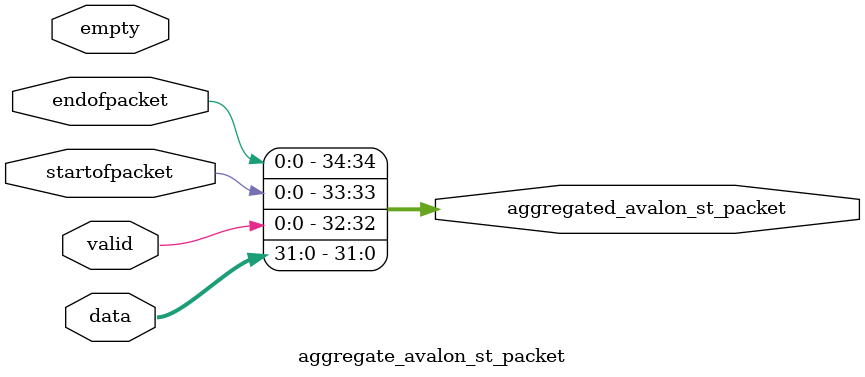
<source format=v>
module aggregate_avalon_st_packet
(
output [34:0] aggregated_avalon_st_packet,
input  [1:0]  empty, 
input         endofpacket,	
input         startofpacket, 
input         valid,         
input  [31:0] data  
);

assign   aggregated_avalon_st_packet =
		 {
    	  endofpacket,	
		  startofpacket, 
		  valid,         
		  data  
		  };

endmodule

</source>
